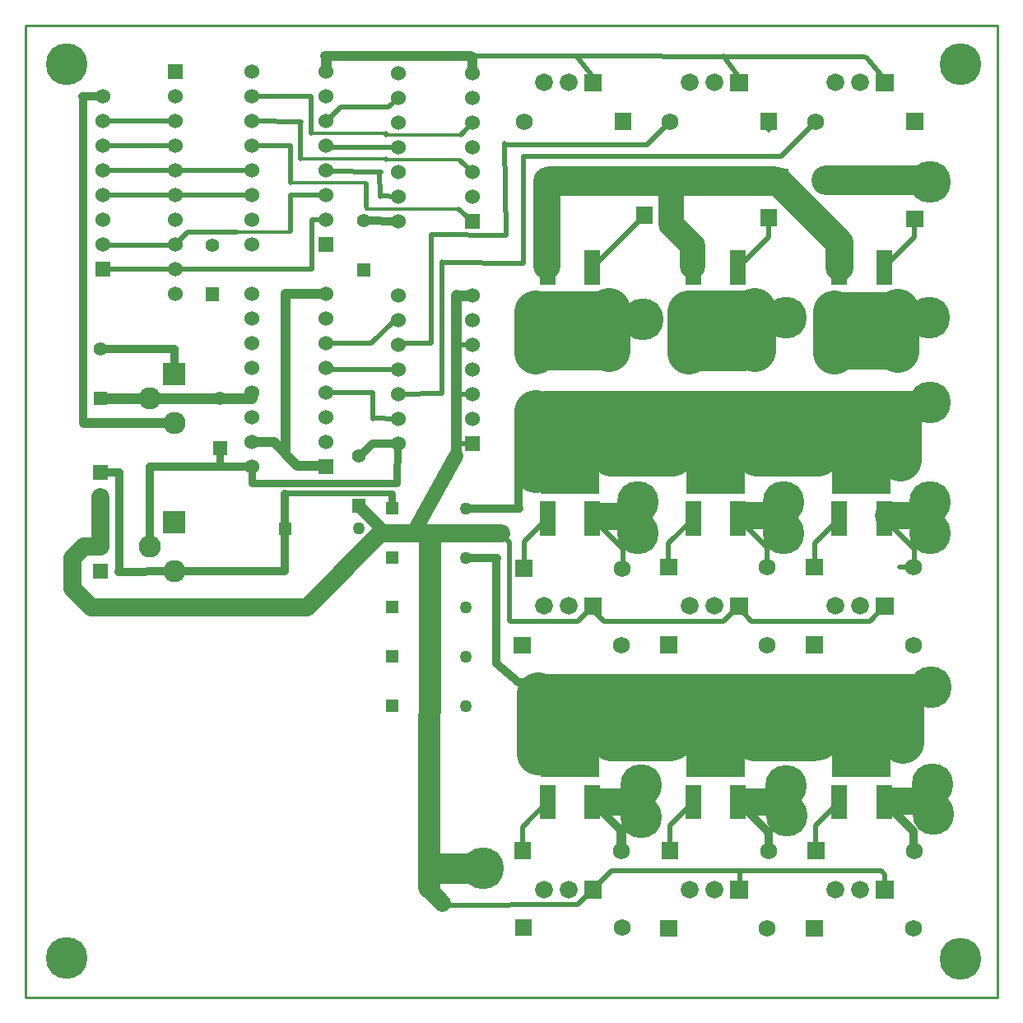
<source format=gtl>
G04 start of page 2 for group 0 idx 0 *
G04 Title: (unknown), top *
G04 Creator: pcb 20110918 *
G04 CreationDate: Sat 30 Nov 2013 01:26:29 GMT UTC *
G04 For: ksarkies *
G04 Format: Gerber/RS-274X *
G04 PCB-Dimensions: 393701 393701 *
G04 PCB-Coordinate-Origin: lower left *
%MOIN*%
%FSLAX25Y25*%
%LNTOP*%
%ADD49C,0.0420*%
%ADD48C,0.0200*%
%ADD47C,0.0380*%
%ADD46C,0.0300*%
%ADD45C,0.0280*%
%ADD44C,0.1215*%
%ADD43C,0.0815*%
%ADD42C,0.1691*%
%ADD41R,0.2412X0.2412*%
%ADD40R,0.2462X0.2462*%
%ADD39R,0.0630X0.0630*%
%ADD38R,0.2362X0.2362*%
%ADD37C,0.0680*%
%ADD36C,0.0720*%
%ADD35C,0.0500*%
%ADD34C,0.0900*%
%ADD33C,0.0550*%
%ADD32C,0.0001*%
%ADD31C,0.0600*%
%ADD30C,0.0497*%
%ADD29C,0.0247*%
%ADD28C,0.0597*%
%ADD27C,0.0297*%
%ADD26C,0.0447*%
%ADD25C,0.0997*%
%ADD24C,0.1197*%
%ADD23C,0.1147*%
%ADD22C,0.0147*%
%ADD21C,0.1247*%
%ADD20C,0.0897*%
%ADD19C,0.0397*%
%ADD18C,0.0347*%
%ADD17C,0.0747*%
%ADD16C,0.1097*%
%ADD15C,0.1747*%
%ADD14C,0.1047*%
%ADD13C,0.0697*%
%ADD12C,0.0197*%
%ADD11C,0.0100*%
G54D11*X0Y393701D02*Y0D01*
Y393701D02*X393701D01*
X0Y0D02*X393701D01*
Y393701D02*Y0D01*
G54D12*X237160Y51188D02*X223617Y37645D01*
X223224Y37643D02*X168916Y37409D01*
G54D13*X168523Y38195D02*X163405Y43972D01*
G54D14*X363798Y125802D02*X211042D01*
G54D12*X208417Y127640D02*X210255Y125802D01*
X229861Y158510D02*Y156779D01*
X223720Y152369D02*X229861Y158510D01*
X288917Y157565D02*X294113Y152369D01*
X282776D02*X288917Y158510D01*
G54D15*X296260Y104331D02*X318898D01*
X295276Y116142D02*X317913D01*
X238189Y104331D02*X260827D01*
X237205Y115158D02*X259843D01*
G54D16*X232727Y194902D02*X245696D01*
G54D12*X241987Y181503D02*X229546Y193944D01*
X241987Y174258D02*Y181503D01*
X260413Y183864D02*X270492Y193944D01*
X201987Y184494D02*X211436Y193944D01*
X201987Y174258D02*Y184494D01*
X196082Y152762D02*X196476Y152369D01*
X196082Y184258D02*Y152762D01*
X192539Y187802D02*X196082Y184258D01*
G54D17*X143720Y187802D02*X192539D01*
G54D12*X164961Y188196D02*X164567Y187802D01*
X143720D02*Y190138D01*
G54D18*X178365Y178117D02*X190825D01*
X200019Y198038D02*X178365D01*
G54D12*Y198117D02*Y198038D01*
X148425Y198177D02*X148365Y198117D01*
X237372Y51188D02*X237160D01*
X292145D02*X237342D01*
G54D18*X241358Y67329D02*X229546Y79140D01*
G54D19*X241358Y59455D02*X241339Y66142D01*
G54D16*X233512Y79152D02*X246481D01*
G54D12*X291358Y46148D02*X288917Y43707D01*
X289389Y50794D02*Y45754D01*
X347972Y49691D02*X346476Y51188D01*
X347972Y43707D02*Y49691D01*
G54D16*X351231Y79545D02*X364200D01*
G54D18*X359468Y67329D02*X347657Y79140D01*
X359468Y59455D02*Y67329D01*
G54D12*X360098Y59455D02*X358681D01*
X346476Y51188D02*X291751D01*
G54D18*X301043Y66700D02*X288602Y79140D01*
X301043Y59455D02*Y66700D01*
G54D16*X292566Y79153D02*X305535D01*
G54D12*X320098Y69692D02*X329547Y79140D01*
X320098Y59455D02*Y69692D01*
X260413Y174258D02*Y183864D01*
X234271Y152369D02*X282776D01*
X229861Y156779D02*X234271Y152369D01*
X261043Y69692D02*X270492Y79140D01*
X261043Y59455D02*Y69692D01*
G54D15*X261830Y104575D02*Y121307D01*
G54D12*X196476Y152369D02*X223720D01*
G54D17*X113798Y157881D02*X143720Y187802D01*
G54D20*X163405Y44695D02*X163780Y184646D01*
G54D18*X199644Y127640D02*X208417D01*
X190601Y135433D02*X199644Y127640D01*
X190601Y177159D02*Y135501D01*
G54D15*X207696Y98669D02*X207677Y123032D01*
G54D12*X201358Y69062D02*X211436Y79140D01*
X201358Y59455D02*Y69062D01*
G54D21*X185827Y52362D02*X167717D01*
G54D15*X237205Y104331D02*Y121063D01*
X295276Y104331D02*Y121063D01*
X320885Y104575D02*Y121307D01*
G54D16*X349262Y195295D02*X362231D01*
G54D12*X359861Y181739D02*X347657Y193944D01*
X359861Y174258D02*Y181739D01*
X341831Y152369D02*X347972Y158510D01*
X359468Y174258D02*X354084D01*
G54D15*X355315Y103347D02*Y121063D01*
G54D16*X290601Y195295D02*X303570D01*
G54D12*X300255Y182291D02*X288602Y193944D01*
X300255Y174258D02*Y182291D01*
X319468Y183864D02*X329547Y193944D01*
X319468Y174258D02*Y183864D01*
X294113Y152369D02*X341831D01*
X288917Y158510D02*Y157565D01*
X194121Y345341D02*X251653D01*
G54D22*X176483Y349432D02*X176204D01*
G54D12*X301043Y354731D02*Y351331D01*
Y354731D02*Y351331D01*
X177400Y381369D02*X339783Y381106D01*
G54D19*X180319Y381254D02*X121751D01*
G54D12*X348759Y370955D02*X340570Y380695D01*
X347972Y370479D02*Y370955D01*
X288917Y372622D02*X282567Y381199D01*
X288917Y370479D02*Y372622D01*
X229861Y372718D02*X223247Y381074D01*
X229861Y370479D02*Y372718D01*
G54D19*X180806Y381101D02*Y374416D01*
G54D12*Y354416D02*X176204Y349432D01*
G54D22*X145822D01*
G54D15*X236220Y261811D02*Y278544D01*
G54D14*X363405Y240558D02*X210649D01*
G54D15*X295276Y261811D02*Y278544D01*
X353327Y261609D02*Y278342D01*
X268720Y261029D02*Y277761D01*
X327775Y261029D02*Y277761D01*
G54D12*X320098Y315362D02*X320097D01*
G54D15*X354331Y217520D02*Y236221D01*
X296260Y219488D02*Y236221D01*
X320886Y219732D02*Y236464D01*
X297244Y219488D02*X319882D01*
X296260Y230315D02*X318898D01*
X237205Y228347D02*X259843D01*
X237205Y219488D02*Y236221D01*
X261830Y219732D02*Y236464D01*
X238189Y219488D02*X260827D01*
G54D23*X329547Y305559D02*X304575Y330531D01*
X329547Y295675D02*Y305559D01*
G54D12*X301043Y308116D02*X288602Y295676D01*
X301043Y315361D02*Y308116D01*
X306013Y340646D02*X320098Y354731D01*
X360098Y308116D02*X347657Y295676D01*
X360098Y315361D02*Y308116D01*
G54D24*X324350Y331109D02*X363405D01*
G54D12*X143445Y334360D02*X143464Y324416D01*
X150806Y344416D02*X121751D01*
X145822Y339702D02*Y339400D01*
X121751Y334967D02*Y334492D01*
Y332920D01*
Y334492D02*Y332920D01*
X150806Y324416D02*X143464Y324533D01*
G54D22*X175691Y319400D02*X137943Y319424D01*
G54D12*Y329642D02*Y320210D01*
G54D22*X175591Y339349D02*X145822Y339400D01*
G54D12*X143838Y334358D02*X121751Y334492D01*
Y334967D02*Y334492D01*
Y344967D02*Y344416D01*
Y334967D02*Y334492D01*
G54D18*X150806Y314416D02*X137008Y314567D01*
G54D12*X140713Y244967D02*X121751D01*
X168589Y244488D02*X150806Y244416D01*
Y254416D02*X121751D01*
Y254967D02*Y254416D01*
X149234Y274023D02*X139908Y264797D01*
X150806Y264416D02*Y264910D01*
Y274416D02*Y274023D01*
X149234D01*
G54D14*X269991Y304490D02*Y296177D01*
G54D25*X261345Y313136D02*X269991Y304490D01*
G54D14*X261345Y330531D02*Y313136D01*
G54D12*X250400Y315395D02*X249265D01*
X261345Y315663D02*X261043Y315361D01*
X201609Y340646D02*X306013D01*
G54D24*X303106Y330531D02*X212323D01*
G54D12*X242933Y334259D02*Y334258D01*
G54D16*X211041Y330924D02*Y296460D01*
G54D12*X251653Y345341D02*X261043Y354731D01*
X249265Y315395D02*X229546Y295676D01*
X211827Y296066D02*X211436Y295676D01*
X212323Y330531D02*X212220Y330428D01*
X194113Y345920D02*X194628Y308929D01*
X175254Y319400D02*X180806Y314416D01*
X175984Y338977D02*X180806Y334416D01*
X194606Y308634D02*X164274Y308813D01*
Y265696D01*
G54D26*X174900Y284416D02*X180806D01*
G54D12*X168589Y244755D02*Y297810D01*
X180806Y264416D02*X174652D01*
X174409Y264173D01*
X180806Y244416D02*X174731D01*
X174409Y244095D01*
G54D15*X206711Y261029D02*Y277761D01*
G54D12*X201609Y297416D02*Y340646D01*
X168504Y297638D02*X201609Y297416D01*
X194628Y308929D02*X194630Y308813D01*
X140713Y234517D02*Y234416D01*
X145822Y349951D02*Y349432D01*
X147079Y360689D02*X150806Y364416D01*
X127725Y360689D02*X147079D01*
G54D22*X145822Y349951D02*X115634Y349824D01*
G54D12*X107289Y345051D02*Y344969D01*
X122003Y354967D02*X127725Y360689D01*
X121751Y354967D02*X122003D01*
G54D26*X121751Y381254D02*Y374967D01*
G54D12*X115588Y364967D02*Y349951D01*
G54D19*X121751Y381254D02*X121264D01*
G54D12*X107289Y344969D02*X91751Y344967D01*
G54D22*X145822Y339702D02*X111440D01*
G54D12*Y354574D02*Y339702D01*
X111612Y354794D02*X91751Y354967D01*
X115588Y364967D02*X91751D01*
X31434Y314963D02*Y315095D01*
X60648Y324963D02*X60255D01*
X60648Y324967D02*X60255Y324963D01*
X60648Y324967D02*X60255Y324963D01*
X115935Y295058D02*X60648D01*
G54D22*X106900Y309996D02*X85588Y310078D01*
G54D12*X91751Y324967D02*X60648D01*
Y324963D02*Y324967D01*
X85588Y310078D02*X65763D01*
X60648Y304963D01*
Y294963D02*X31434D01*
X60648D02*Y295058D01*
Y304570D02*X59076D01*
X60648Y304963D02*Y304570D01*
X59076D01*
X60648D02*X59076D01*
X31434D01*
X60255Y324963D02*X31434D01*
G54D18*X23187Y364963D02*X23307Y232681D01*
G54D26*X50255Y242605D02*Y242609D01*
Y242605D02*Y242609D01*
G54D12*Y242605D01*
G54D26*Y242609D02*Y244967D01*
G54D12*X31434Y304963D02*Y304570D01*
X30648D01*
X31434Y294963D02*X30648D01*
X31434Y304570D02*X30648D01*
X31434Y294963D02*X30648D01*
X31434Y334963D02*X30648D01*
X60255Y252605D02*X60405D01*
X60255D02*X57255D01*
G54D18*X60405Y262599D02*Y252605D01*
G54D12*X107297Y324967D02*X107289Y310385D01*
X121751Y314967D02*X116374D01*
X115981D02*X115935Y295058D01*
X121751Y324967D02*X107297D01*
X111440Y339702D02*Y339558D01*
X60648Y334963D02*X60255D01*
X60648D02*Y334967D01*
X60255Y334963D01*
X60648Y334967D02*X60255Y334963D01*
X91751Y334967D02*X60648D01*
G54D22*X137744Y330035D02*X107289D01*
G54D12*X60648Y344963D02*X31434D01*
X60648Y354963D02*X31434D01*
X60255Y334963D02*X31434D01*
X107289Y344969D02*Y330035D01*
G54D18*X31434Y364963D02*X23187D01*
X23032D01*
G54D12*X31434Y354963D02*X30648D01*
X31434Y344963D02*X30255D01*
X31434Y334963D02*X30648D01*
X31434Y354963D02*X30648D01*
X31434Y344963D02*X30255D01*
X31434Y324963D02*X30255D01*
X31434D02*X30255D01*
G54D27*X91751Y214967D02*Y208411D01*
G54D12*X105251Y220388D02*Y220068D01*
G54D19*X100672Y224967D02*X105251Y220388D01*
X91751Y224967D02*X100672D01*
G54D18*X105118Y204023D02*X105058Y189928D01*
G54D12*X121439Y215279D02*X121751Y214967D01*
G54D19*X110040Y215279D02*X121439D01*
X105251Y220068D02*X110040Y215279D01*
G54D18*X105058Y189928D02*Y172605D01*
G54D28*X174409Y219292D02*X157087Y187802D01*
G54D12*X175203Y224416D02*X174409Y223622D01*
G54D29*X148365Y204416D02*X105452D01*
G54D27*X148425Y204023D02*Y198177D01*
G54D18*X151175Y224410D02*X140630D01*
X135039Y218819D01*
G54D30*X143720Y190138D02*X135039Y198819D01*
G54D27*X150806Y224416D02*Y224022D01*
X150562D01*
G54D26*X91751Y242609D02*X50255D01*
G54D12*X210649Y240558D03*
G54D26*X50255Y242605D02*X30255D01*
G54D12*X164274Y264797D02*X150806Y264910D01*
Y234416D02*X140713Y234517D01*
Y244967D02*Y234517D01*
G54D26*X174409Y284646D02*Y218504D01*
G54D12*X180806Y224416D02*X175203D01*
G54D27*X150562Y224022D02*X150394Y208662D01*
G54D12*X150781Y224016D02*X151181Y224416D01*
G54D18*X199625Y198038D02*Y233078D01*
G54D15*X206711Y212842D02*X206693Y237205D01*
G54D26*X91751Y244967D02*Y242609D01*
G54D19*X61751Y232677D02*X60255D01*
Y232605D02*Y232677D01*
X61751D01*
X60255D02*X23622D01*
X121751Y284967D02*X105251D01*
Y219951D01*
G54D12*X139908Y264797D02*X120179Y264967D01*
X121751D02*X120179D01*
G54D27*X150322Y208268D02*X91751Y208411D01*
G54D12*X60255Y252605D02*X57255D01*
X50255Y244967D02*Y242609D01*
G54D18*X60405Y262605D02*Y262599D01*
X30255Y262605D02*X60405Y262599D01*
G54D12*Y262767D02*X57255Y262605D01*
G54D17*X26791Y157881D02*X113798D01*
G54D18*X105058Y172605D02*X60255D01*
X37728Y172442D01*
G54D17*X18917Y165755D02*X26791Y157881D01*
X18917Y177959D02*Y165755D01*
X23562Y182605D02*X18917Y177959D01*
X30255Y182605D02*X23562D01*
G54D18*X37990Y212605D02*Y172605D01*
G54D17*X30255Y202605D02*Y182605D01*
G54D18*X50255Y214967D02*Y182605D01*
X37990Y212605D02*X30255D01*
X91751Y214967D02*X50255D01*
G54D27*X78740Y222914D02*Y215361D01*
G54D12*X78346Y214967D01*
G54D31*X60648Y344963D03*
Y334963D03*
Y324963D03*
Y314963D03*
G54D32*G36*
X57648Y377963D02*Y371963D01*
X63648D01*
Y377963D01*
X57648D01*
G37*
G54D31*X60648Y364963D03*
Y354963D03*
Y304963D03*
Y294963D03*
G54D32*G36*
X72841Y287475D02*Y281975D01*
X78341D01*
Y287475D01*
X72841D01*
G37*
G54D33*X75591Y304725D03*
G54D31*X60648Y284963D03*
G54D32*G36*
X55755Y257105D02*Y248105D01*
X64755D01*
Y257105D01*
X55755D01*
G37*
G54D34*X50255Y242605D03*
X60255Y232605D03*
G54D32*G36*
X27255Y215605D02*Y209605D01*
X33255D01*
Y215605D01*
X27255D01*
G37*
G54D31*X30255Y202605D03*
G54D32*G36*
X27255Y175605D02*Y169605D01*
X33255D01*
Y175605D01*
X27255D01*
G37*
G54D31*X30255Y182605D03*
G54D32*G36*
X27505Y245355D02*Y239855D01*
X33005D01*
Y245355D01*
X27505D01*
G37*
G54D33*X30255Y262605D03*
G54D32*G36*
X55755Y197105D02*Y188105D01*
X64755D01*
Y197105D01*
X55755D01*
G37*
G54D34*X50255Y182605D03*
X60255Y172605D03*
G54D32*G36*
X28434Y297963D02*Y291963D01*
X34434D01*
Y297963D01*
X28434D01*
G37*
G54D31*X31434Y304963D03*
Y314963D03*
Y324963D03*
Y334963D03*
Y344963D03*
Y354963D03*
Y364963D03*
G54D32*G36*
X102558Y192428D02*Y187428D01*
X107558D01*
Y192428D01*
X102558D01*
G37*
G54D35*X135058Y189928D03*
G54D32*G36*
X118751Y217967D02*Y211967D01*
X124751D01*
Y217967D01*
X118751D01*
G37*
G36*
X75990Y225270D02*Y219770D01*
X81490D01*
Y225270D01*
X75990D01*
G37*
G54D33*X78740Y242520D03*
G54D32*G36*
X132289Y201963D02*Y196463D01*
X137789D01*
Y201963D01*
X132289D01*
G37*
G54D33*X135039Y219213D03*
G54D31*X91751Y374967D03*
Y364967D03*
Y354967D03*
Y344967D03*
Y334967D03*
Y324967D03*
Y314967D03*
Y304967D03*
Y284967D03*
Y274967D03*
Y264967D03*
Y254967D03*
Y244967D03*
Y234967D03*
Y224967D03*
Y214967D03*
G54D32*G36*
X226261Y47307D02*Y40107D01*
X233461D01*
Y47307D01*
X226261D01*
G37*
G54D36*X219861Y43707D03*
X209861D03*
G54D32*G36*
X198193Y31753D02*Y24953D01*
X204993D01*
Y31753D01*
X198193D01*
G37*
G54D37*X241593Y28353D03*
G54D32*G36*
X197958Y62855D02*Y56055D01*
X204758D01*
Y62855D01*
X197958D01*
G37*
G36*
X198352Y177187D02*Y170387D01*
X205152D01*
Y177187D01*
X198352D01*
G37*
G36*
X145865Y180617D02*Y175617D01*
X150865D01*
Y180617D01*
X145865D01*
G37*
G54D35*X178365Y178117D03*
G54D32*G36*
X145865Y200617D02*Y195617D01*
X150865D01*
Y200617D01*
X145865D01*
G37*
G54D35*X178365Y198117D03*
G54D37*X241752Y173787D03*
X241160Y142622D03*
G54D32*G36*
X197760Y146022D02*Y139222D01*
X204560D01*
Y146022D01*
X197760D01*
G37*
G54D35*X178365Y118117D03*
Y138117D03*
Y158117D03*
G54D32*G36*
X145865Y120617D02*Y115617D01*
X150865D01*
Y120617D01*
X145865D01*
G37*
G36*
Y140617D02*Y135617D01*
X150865D01*
Y140617D01*
X145865D01*
G37*
G36*
Y160617D02*Y155617D01*
X150865D01*
Y160617D01*
X145865D01*
G37*
G36*
X226261Y162110D02*Y154910D01*
X233461D01*
Y162110D01*
X226261D01*
G37*
G54D36*X219861Y158510D03*
X209861D03*
G54D37*X241358Y59455D03*
G54D32*G36*
X316698Y62855D02*Y56055D01*
X323498D01*
Y62855D01*
X316698D01*
G37*
G54D37*X360098Y59455D03*
G54D32*G36*
X257643Y62855D02*Y56055D01*
X264443D01*
Y62855D01*
X257643D01*
G37*
G54D37*X301043Y59455D03*
G54D32*G36*
X257013Y31359D02*Y24559D01*
X263813D01*
Y31359D01*
X257013D01*
G37*
G54D37*X300413Y27959D03*
G54D32*G36*
X316068Y31359D02*Y24559D01*
X322868D01*
Y31359D01*
X316068D01*
G37*
G54D37*X359468Y27959D03*
G54D32*G36*
X285317Y47307D02*Y40107D01*
X292517D01*
Y47307D01*
X285317D01*
G37*
G54D36*X278917Y43707D03*
X268917D03*
G54D32*G36*
X344372Y47307D02*Y40107D01*
X351572D01*
Y47307D01*
X344372D01*
G37*
G54D36*X337972Y43707D03*
X327972D03*
G54D32*G36*
X257013Y177658D02*Y170858D01*
X263813D01*
Y177658D01*
X257013D01*
G37*
G36*
Y146162D02*Y139362D01*
X263813D01*
Y146162D01*
X257013D01*
G37*
G54D37*X300413Y174258D03*
G54D32*G36*
X316068Y177658D02*Y170858D01*
X322868D01*
Y177658D01*
X316068D01*
G37*
G54D37*X359468Y174258D03*
G54D32*G36*
X344372Y162110D02*Y154910D01*
X351572D01*
Y162110D01*
X344372D01*
G37*
G54D36*X337972Y158510D03*
X327972D03*
G54D32*G36*
X316068Y146162D02*Y139362D01*
X322868D01*
Y146162D01*
X316068D01*
G37*
G54D37*X359468Y142762D03*
G54D32*G36*
X285317Y162110D02*Y154910D01*
X292517D01*
Y162110D01*
X285317D01*
G37*
G54D37*X300413Y142762D03*
G54D36*X278917Y158510D03*
X268917D03*
G54D32*G36*
X118751Y307967D02*Y301967D01*
X124751D01*
Y307967D01*
X118751D01*
G37*
G54D31*X121751Y314967D03*
Y324967D03*
Y334967D03*
Y344967D03*
Y354967D03*
Y364967D03*
Y374967D03*
G54D32*G36*
X297643Y319154D02*Y312354D01*
X304443D01*
Y319154D01*
X297643D01*
G37*
G54D37*X261043Y315754D03*
G54D32*G36*
X247189Y320172D02*Y313372D01*
X253989D01*
Y320172D01*
X247189D01*
G37*
G54D37*X210589Y316772D03*
G54D32*G36*
X177806Y317416D02*Y311416D01*
X183806D01*
Y317416D01*
X177806D01*
G37*
G54D31*X180806Y324416D03*
G54D32*G36*
X238587Y358131D02*Y351331D01*
X245387D01*
Y358131D01*
X238587D01*
G37*
G36*
X226261Y374079D02*Y366879D01*
X233461D01*
Y374079D01*
X226261D01*
G37*
G54D36*X219861Y370479D03*
X209861D03*
G54D31*X121751Y224967D03*
Y234967D03*
Y244967D03*
Y254967D03*
Y264967D03*
Y274967D03*
Y284967D03*
G54D32*G36*
X134258Y297317D02*Y291817D01*
X139758D01*
Y297317D01*
X134258D01*
G37*
G54D33*X137008Y314567D03*
G54D32*G36*
X177806Y227416D02*Y221416D01*
X183806D01*
Y227416D01*
X177806D01*
G37*
G54D31*X180806Y234416D03*
Y244416D03*
Y254416D03*
Y264416D03*
Y274416D03*
Y284416D03*
X150806D03*
Y274416D03*
Y264416D03*
Y254416D03*
Y244416D03*
Y234416D03*
Y224416D03*
G54D37*X201987Y354731D03*
G54D31*X180806Y334416D03*
Y344416D03*
Y354416D03*
Y364416D03*
Y374416D03*
X150806D03*
Y364416D03*
Y354416D03*
Y344416D03*
Y334416D03*
Y324416D03*
Y314416D03*
G54D37*X261043Y354731D03*
G54D32*G36*
X285317Y374079D02*Y366879D01*
X292517D01*
Y374079D01*
X285317D01*
G37*
G54D36*X278917Y370479D03*
X268917D03*
G54D32*G36*
X299850Y335609D02*Y326609D01*
X308850D01*
Y335609D01*
X299850D01*
G37*
G54D34*X314350Y321109D03*
G54D37*X320098Y315361D03*
G54D34*X324350Y331109D03*
G54D32*G36*
X297643Y358131D02*Y351331D01*
X304443D01*
Y358131D01*
X297643D01*
G37*
G36*
X356698D02*Y351331D01*
X363498D01*
Y358131D01*
X356698D01*
G37*
G54D37*X320098Y354731D03*
G54D32*G36*
X344372Y374079D02*Y366879D01*
X351572D01*
Y374079D01*
X344372D01*
G37*
G54D36*X337972Y370479D03*
X327972D03*
G54D32*G36*
X356698Y318761D02*Y311961D01*
X363498D01*
Y318761D01*
X356698D01*
G37*
G54D38*X220491Y223669D02*Y215795D01*
X279547Y223669D02*Y215795D01*
G54D39*X229546Y197684D02*Y190203D01*
X288602Y197684D02*Y190203D01*
X270492Y197684D02*Y190203D01*
X347657Y197684D02*Y190203D01*
X329547Y197684D02*Y190203D01*
X211436Y197684D02*Y190203D01*
G54D38*X338602Y223669D02*Y215795D01*
G54D40*X279547Y273824D02*Y265950D01*
G54D39*X270492Y299416D02*Y291935D01*
X288602Y299416D02*Y291935D01*
G54D38*X338602Y273824D02*Y265950D01*
G54D39*X329547Y299416D02*Y291935D01*
X347657Y299416D02*Y291935D01*
G54D41*X220491Y273824D02*Y265950D01*
G54D39*X211436Y299416D02*Y291935D01*
X229546Y299416D02*Y291935D01*
G54D38*X279547Y108866D02*Y100992D01*
G54D39*X288602Y82881D02*Y75400D01*
X270492Y82881D02*Y75400D01*
G54D38*X220491Y108866D02*Y100992D01*
G54D39*X229546Y82881D02*Y75400D01*
G54D38*X338602Y108866D02*Y100992D01*
G54D39*X347657Y82881D02*Y75400D01*
X329547Y82881D02*Y75400D01*
X211436Y82881D02*Y75400D01*
G54D42*X249162Y73013D03*
X249232Y85833D03*
X185433Y52362D03*
X367569Y74341D03*
X367455Y86375D03*
X366669Y125675D03*
X378767Y15762D03*
X308290Y73595D03*
X308071Y85630D03*
X16728Y15845D03*
X308112Y275408D03*
X249948Y274622D03*
X366276Y240824D03*
X365883Y275408D03*
X366276Y330428D03*
X378767Y377967D03*
X16562D03*
X307087Y187992D03*
Y200591D03*
X248031Y187992D03*
Y200590D03*
X366142Y187992D03*
Y200591D03*
G54D43*G54D44*G54D43*G54D44*G54D43*G54D44*G54D43*G54D45*G54D46*G54D45*G54D31*G54D46*G54D31*G54D47*G54D48*G54D45*G54D46*G54D45*G54D49*G54D47*G54D48*G54D47*G54D48*G54D49*G54D47*G54D49*G54D47*G54D49*G54D47*G54D49*G54D47*G54D49*G54D45*G54D47*G54D45*G54D47*G54D49*G54D45*G54D46*G54D45*G54D47*G54D45*G54D47*G54D49*G54D31*G54D47*G54D31*G54D47*G54D49*G54D47*M02*

</source>
